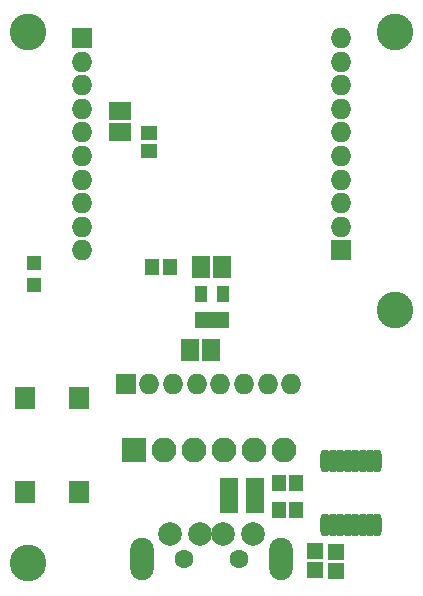
<source format=gts>
G04 #@! TF.FileFunction,Soldermask,Top*
%FSLAX46Y46*%
G04 Gerber Fmt 4.6, Leading zero omitted, Abs format (unit mm)*
G04 Created by KiCad (PCBNEW 4.0.7) date 01/02/18 09:07:11*
%MOMM*%
%LPD*%
G01*
G04 APERTURE LIST*
%ADD10C,0.100000*%
%ADD11R,1.850000X1.550000*%
%ADD12R,1.400000X1.250000*%
%ADD13R,1.250000X1.400000*%
%ADD14R,1.550000X1.850000*%
%ADD15R,1.200100X1.299160*%
%ADD16R,1.400000X1.350000*%
%ADD17R,1.750000X1.750000*%
%ADD18O,1.750000X1.750000*%
%ADD19R,2.100000X2.100000*%
%ADD20O,2.100000X2.100000*%
%ADD21O,0.800000X1.950000*%
%ADD22R,1.500000X1.000000*%
%ADD23C,2.000000*%
%ADD24C,1.600000*%
%ADD25O,2.000000X3.600000*%
%ADD26R,1.700000X1.950000*%
%ADD27R,1.050000X1.460000*%
%ADD28C,3.100000*%
G04 APERTURE END LIST*
D10*
D11*
X103250000Y-108000000D03*
X103250000Y-106200000D03*
D12*
X105700000Y-109550000D03*
X105700000Y-108050000D03*
D13*
X107500000Y-119400000D03*
X106000000Y-119400000D03*
D14*
X110100000Y-119400000D03*
X111900000Y-119400000D03*
X111000000Y-126400000D03*
X109200000Y-126400000D03*
D15*
X96000000Y-119100840D03*
X96000000Y-120899160D03*
D16*
X119770000Y-145080000D03*
X119770000Y-143480000D03*
X121550000Y-143500000D03*
X121550000Y-145100000D03*
D13*
X118200000Y-140000000D03*
X116700000Y-140000000D03*
X116700000Y-137700000D03*
X118200000Y-137700000D03*
D17*
X122000000Y-118000000D03*
D18*
X122000000Y-116000000D03*
X122000000Y-114000000D03*
X122000000Y-112000000D03*
X122000000Y-110000000D03*
X122000000Y-108000000D03*
X122000000Y-106000000D03*
X122000000Y-104000000D03*
X122000000Y-102000000D03*
X122000000Y-100000000D03*
D17*
X100000000Y-100000000D03*
D18*
X100000000Y-102000000D03*
X100000000Y-104000000D03*
X100000000Y-106000000D03*
X100000000Y-108000000D03*
X100000000Y-110000000D03*
X100000000Y-112000000D03*
X100000000Y-114000000D03*
X100000000Y-116000000D03*
X100000000Y-118000000D03*
D17*
X103750000Y-129340000D03*
D18*
X105750000Y-129340000D03*
X107750000Y-129340000D03*
X109750000Y-129340000D03*
X111750000Y-129340000D03*
X113750000Y-129340000D03*
X115750000Y-129340000D03*
X117750000Y-129340000D03*
D19*
X104400000Y-134900000D03*
D20*
X106940000Y-134900000D03*
X109480000Y-134900000D03*
X112020000Y-134900000D03*
X114560000Y-134900000D03*
X117100000Y-134900000D03*
D21*
X125055000Y-135850000D03*
X124425000Y-135850000D03*
X123795000Y-135850000D03*
X123165000Y-135850000D03*
X122535000Y-135850000D03*
X121905000Y-135850000D03*
X121275000Y-135850000D03*
X120645000Y-135850000D03*
X120645000Y-141250000D03*
X121275000Y-141250000D03*
X121905000Y-141250000D03*
X122535000Y-141250000D03*
X123165000Y-141250000D03*
X123795000Y-141250000D03*
X124425000Y-141250000D03*
X125055000Y-141250000D03*
D22*
X112450000Y-137800000D03*
X112450000Y-139700000D03*
X112450000Y-138750000D03*
X114650000Y-139700000D03*
X114650000Y-137800000D03*
X114650000Y-138750000D03*
D23*
X107500000Y-142000000D03*
X110000000Y-142000000D03*
X112000000Y-142000000D03*
X114500000Y-142000000D03*
D24*
X108700000Y-144100000D03*
X113300000Y-144100000D03*
D25*
X105150000Y-144100000D03*
X116850000Y-144100000D03*
D26*
X99750000Y-138480000D03*
X95250000Y-138480000D03*
X95250000Y-130520000D03*
X99750000Y-130520000D03*
D27*
X110100000Y-123900000D03*
X111050000Y-123900000D03*
X112000000Y-123900000D03*
X112000000Y-121700000D03*
X110100000Y-121700000D03*
D28*
X95500000Y-99500000D03*
X126500000Y-99500000D03*
X95500000Y-144500000D03*
X126500000Y-123000000D03*
M02*

</source>
